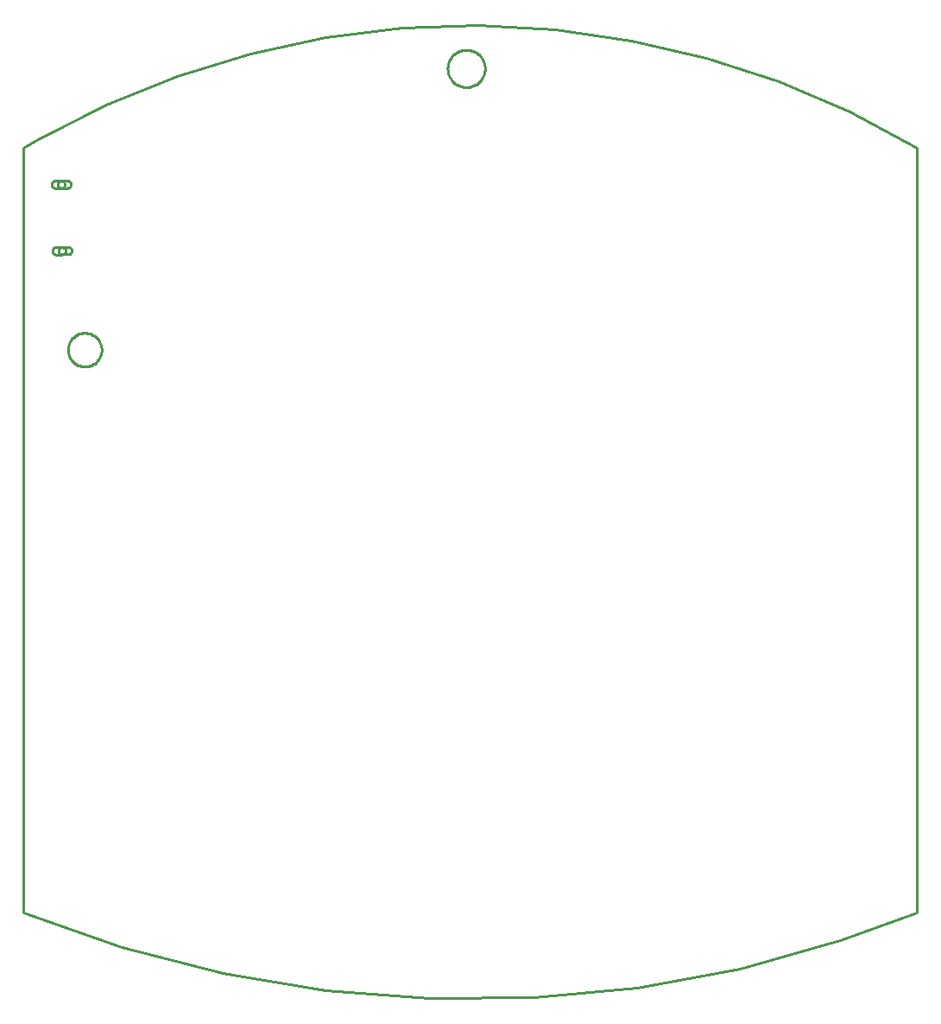
<source format=gbr>
G04 EAGLE Gerber RS-274X export*
G75*
%MOMM*%
%FSLAX34Y34*%
%LPD*%
%IN*%
%IPPOS*%
%AMOC8*
5,1,8,0,0,1.08239X$1,22.5*%
G01*
%ADD10C,0.254000*%


D10*
X-723900Y-355600D02*
X-627592Y-389655D01*
X-528682Y-415187D01*
X-427923Y-432001D01*
X-326083Y-439969D01*
X-223935Y-439032D01*
X-122258Y-429194D01*
X-21825Y-410533D01*
X76599Y-383189D01*
X152400Y-355600D01*
X152400Y393700D01*
X85980Y429060D01*
X16732Y458497D01*
X-54819Y481786D01*
X-128128Y498751D01*
X-202635Y509262D01*
X-277776Y513239D01*
X-352977Y510652D01*
X-427667Y501520D01*
X-501276Y485914D01*
X-573245Y463951D01*
X-643026Y435800D01*
X-710089Y401674D01*
X-723900Y393700D01*
X-723900Y-355600D01*
X-696578Y357369D02*
X-696562Y357059D01*
X-696518Y356753D01*
X-696448Y356451D01*
X-696352Y356157D01*
X-696230Y355872D01*
X-696084Y355599D01*
X-695915Y355339D01*
X-695724Y355096D01*
X-695512Y354869D01*
X-695282Y354663D01*
X-695034Y354477D01*
X-694771Y354313D01*
X-694495Y354173D01*
X-694208Y354057D01*
X-693911Y353967D01*
X-693608Y353904D01*
X-693301Y353866D01*
X-692991Y353856D01*
X-681092Y353981D01*
X-680783Y353997D01*
X-680476Y354041D01*
X-680175Y354111D01*
X-679880Y354207D01*
X-679595Y354329D01*
X-679322Y354475D01*
X-679063Y354644D01*
X-678819Y354835D01*
X-678593Y355047D01*
X-678386Y355277D01*
X-678200Y355525D01*
X-678036Y355788D01*
X-677896Y356064D01*
X-677781Y356351D01*
X-677691Y356648D01*
X-677627Y356951D01*
X-677590Y357258D01*
X-677579Y357568D01*
X-677596Y357877D01*
X-677640Y358183D01*
X-677710Y358485D01*
X-677806Y358780D01*
X-677928Y359064D01*
X-678074Y359338D01*
X-678243Y359597D01*
X-678434Y359841D01*
X-678645Y360067D01*
X-678876Y360274D01*
X-679124Y360460D01*
X-679386Y360623D01*
X-679663Y360763D01*
X-679950Y360879D01*
X-680246Y360969D01*
X-680549Y361033D01*
X-680857Y361070D01*
X-681166Y361080D01*
X-693066Y360956D01*
X-693375Y360939D01*
X-693682Y360895D01*
X-693983Y360825D01*
X-694278Y360729D01*
X-694562Y360607D01*
X-694836Y360461D01*
X-695095Y360292D01*
X-695339Y360101D01*
X-695565Y359890D01*
X-695772Y359659D01*
X-695958Y359411D01*
X-696121Y359149D01*
X-696261Y358872D01*
X-696377Y358585D01*
X-696467Y358289D01*
X-696531Y357986D01*
X-696568Y357678D01*
X-696578Y357369D01*
X-695897Y292272D02*
X-695880Y291963D01*
X-695836Y291656D01*
X-695766Y291355D01*
X-695670Y291060D01*
X-695548Y290776D01*
X-695402Y290502D01*
X-695233Y290243D01*
X-695042Y289999D01*
X-694831Y289773D01*
X-694600Y289566D01*
X-694352Y289380D01*
X-694090Y289217D01*
X-693813Y289076D01*
X-693526Y288961D01*
X-693230Y288871D01*
X-692927Y288807D01*
X-692619Y288770D01*
X-692310Y288760D01*
X-680410Y288884D01*
X-680101Y288901D01*
X-679794Y288945D01*
X-679493Y289015D01*
X-679198Y289111D01*
X-678914Y289233D01*
X-678640Y289378D01*
X-678381Y289548D01*
X-678137Y289739D01*
X-677911Y289950D01*
X-677704Y290181D01*
X-677518Y290428D01*
X-677355Y290691D01*
X-677215Y290968D01*
X-677099Y291255D01*
X-677009Y291551D01*
X-676945Y291854D01*
X-676908Y292162D01*
X-676898Y292471D01*
X-676914Y292780D01*
X-676958Y293087D01*
X-677028Y293389D01*
X-677124Y293683D01*
X-677246Y293968D01*
X-677392Y294241D01*
X-677561Y294501D01*
X-677752Y294744D01*
X-677964Y294970D01*
X-678194Y295177D01*
X-678442Y295363D01*
X-678705Y295527D01*
X-678981Y295667D01*
X-679268Y295782D01*
X-679565Y295872D01*
X-679868Y295936D01*
X-680175Y295974D01*
X-680485Y295984D01*
X-692384Y295859D01*
X-692693Y295842D01*
X-693000Y295799D01*
X-693301Y295729D01*
X-693596Y295632D01*
X-693881Y295511D01*
X-694154Y295365D01*
X-694413Y295196D01*
X-694657Y295005D01*
X-694883Y294793D01*
X-695090Y294563D01*
X-695276Y294315D01*
X-695440Y294052D01*
X-695580Y293776D01*
X-695695Y293489D01*
X-695785Y293192D01*
X-695849Y292889D01*
X-695886Y292582D01*
X-695897Y292272D01*
X-271542Y470473D02*
X-271542Y471672D01*
X-271620Y472868D01*
X-271777Y474057D01*
X-272011Y475234D01*
X-272321Y476392D01*
X-272706Y477528D01*
X-273165Y478635D01*
X-273696Y479711D01*
X-274295Y480750D01*
X-274962Y481747D01*
X-275692Y482698D01*
X-276482Y483600D01*
X-277330Y484448D01*
X-278232Y485238D01*
X-279183Y485968D01*
X-280181Y486635D01*
X-281219Y487234D01*
X-282295Y487765D01*
X-283403Y488224D01*
X-284538Y488609D01*
X-285697Y488920D01*
X-286873Y489153D01*
X-288062Y489310D01*
X-289258Y489388D01*
X-290458Y489388D01*
X-291654Y489310D01*
X-292843Y489153D01*
X-294019Y488920D01*
X-295178Y488609D01*
X-296313Y488224D01*
X-297421Y487765D01*
X-298497Y487234D01*
X-299535Y486635D01*
X-300533Y485968D01*
X-301484Y485238D01*
X-302386Y484448D01*
X-303234Y483600D01*
X-304024Y482698D01*
X-304754Y481747D01*
X-305421Y480750D01*
X-306020Y479711D01*
X-306551Y478635D01*
X-307010Y477528D01*
X-307395Y476392D01*
X-307705Y475234D01*
X-307939Y474057D01*
X-308096Y472868D01*
X-308174Y471672D01*
X-308174Y470473D01*
X-308096Y469276D01*
X-307939Y468087D01*
X-307705Y466911D01*
X-307395Y465752D01*
X-307010Y464617D01*
X-306551Y463509D01*
X-306020Y462433D01*
X-305421Y461395D01*
X-304754Y460398D01*
X-304024Y459446D01*
X-303234Y458545D01*
X-302386Y457697D01*
X-301484Y456906D01*
X-300533Y456176D01*
X-299535Y455510D01*
X-298497Y454910D01*
X-297421Y454380D01*
X-296313Y453921D01*
X-295178Y453535D01*
X-294019Y453225D01*
X-292843Y452991D01*
X-291654Y452834D01*
X-290458Y452756D01*
X-289258Y452756D01*
X-288062Y452834D01*
X-286873Y452991D01*
X-285697Y453225D01*
X-284538Y453535D01*
X-283403Y453921D01*
X-282295Y454380D01*
X-281219Y454910D01*
X-280181Y455510D01*
X-279183Y456176D01*
X-278232Y456906D01*
X-277330Y457697D01*
X-276482Y458545D01*
X-275692Y459446D01*
X-274962Y460398D01*
X-274295Y461395D01*
X-273696Y462433D01*
X-273165Y463509D01*
X-272706Y464617D01*
X-272321Y465752D01*
X-272011Y466911D01*
X-271777Y468087D01*
X-271620Y469276D01*
X-271542Y470473D01*
X-647508Y194928D02*
X-647579Y193849D01*
X-647720Y192778D01*
X-647931Y191717D01*
X-648210Y190673D01*
X-648558Y189650D01*
X-648972Y188651D01*
X-649450Y187681D01*
X-649990Y186745D01*
X-650591Y185847D01*
X-651249Y184989D01*
X-651961Y184176D01*
X-652726Y183412D01*
X-653539Y182699D01*
X-654396Y182041D01*
X-655295Y181441D01*
X-656231Y180900D01*
X-657201Y180422D01*
X-658199Y180008D01*
X-659223Y179661D01*
X-660267Y179381D01*
X-661327Y179170D01*
X-662399Y179029D01*
X-663477Y178958D01*
X-664558Y178958D01*
X-665637Y179029D01*
X-666709Y179170D01*
X-667769Y179381D01*
X-668813Y179661D01*
X-669837Y180008D01*
X-670835Y180422D01*
X-671805Y180900D01*
X-672741Y181441D01*
X-673640Y182041D01*
X-674497Y182699D01*
X-675310Y183412D01*
X-676074Y184176D01*
X-676787Y184989D01*
X-677445Y185847D01*
X-678046Y186745D01*
X-678586Y187681D01*
X-679064Y188651D01*
X-679478Y189650D01*
X-679826Y190673D01*
X-680105Y191717D01*
X-680316Y192778D01*
X-680457Y193849D01*
X-680528Y194928D01*
X-680528Y196009D01*
X-680457Y197087D01*
X-680316Y198159D01*
X-680105Y199219D01*
X-679826Y200264D01*
X-679478Y201287D01*
X-679064Y202286D01*
X-678586Y203255D01*
X-678046Y204191D01*
X-677445Y205090D01*
X-676787Y205948D01*
X-676074Y206761D01*
X-675310Y207525D01*
X-674497Y208238D01*
X-673640Y208896D01*
X-672741Y209496D01*
X-671805Y210037D01*
X-670835Y210515D01*
X-669837Y210928D01*
X-668813Y211276D01*
X-667769Y211556D01*
X-666709Y211767D01*
X-665637Y211908D01*
X-664558Y211978D01*
X-663477Y211978D01*
X-662399Y211908D01*
X-661327Y211767D01*
X-660267Y211556D01*
X-659223Y211276D01*
X-658199Y210928D01*
X-657201Y210515D01*
X-656231Y210037D01*
X-655295Y209496D01*
X-654396Y208896D01*
X-653539Y208238D01*
X-652726Y207525D01*
X-651961Y206761D01*
X-651249Y205948D01*
X-650591Y205090D01*
X-649990Y204191D01*
X-649450Y203255D01*
X-648972Y202286D01*
X-648558Y201287D01*
X-648210Y200264D01*
X-647931Y199219D01*
X-647720Y198159D01*
X-647579Y197087D01*
X-647508Y196009D01*
X-647508Y194928D01*
X-686667Y295919D02*
X-687128Y295854D01*
X-687576Y295728D01*
X-688004Y295546D01*
X-688405Y295309D01*
X-688771Y295022D01*
X-689096Y294689D01*
X-689376Y294317D01*
X-689604Y293912D01*
X-689778Y293480D01*
X-689893Y293029D01*
X-689949Y292567D01*
X-689945Y292102D01*
X-689879Y291641D01*
X-689754Y291193D01*
X-689571Y290765D01*
X-689334Y290364D01*
X-689047Y289998D01*
X-688715Y289673D01*
X-688343Y289393D01*
X-687937Y289165D01*
X-687505Y288991D01*
X-687055Y288875D01*
X-686593Y288819D01*
X-686127Y288824D01*
X-685667Y288890D01*
X-685218Y289015D01*
X-684790Y289198D01*
X-684390Y289435D01*
X-684024Y289722D01*
X-683698Y290054D01*
X-683419Y290426D01*
X-683190Y290832D01*
X-683017Y291264D01*
X-682901Y291714D01*
X-682845Y292176D01*
X-682850Y292642D01*
X-682915Y293102D01*
X-683040Y293551D01*
X-683223Y293979D01*
X-683460Y294379D01*
X-683747Y294745D01*
X-684080Y295071D01*
X-684452Y295350D01*
X-684857Y295579D01*
X-685289Y295752D01*
X-685740Y295868D01*
X-686202Y295924D01*
X-686667Y295919D01*
X-687349Y361016D02*
X-687809Y360950D01*
X-688258Y360825D01*
X-688686Y360642D01*
X-689086Y360405D01*
X-689452Y360118D01*
X-689778Y359786D01*
X-690057Y359414D01*
X-690286Y359008D01*
X-690459Y358576D01*
X-690575Y358126D01*
X-690631Y357664D01*
X-690626Y357198D01*
X-690561Y356738D01*
X-690436Y356289D01*
X-690253Y355861D01*
X-690016Y355461D01*
X-689729Y355095D01*
X-689396Y354769D01*
X-689024Y354490D01*
X-688619Y354261D01*
X-688187Y354088D01*
X-687736Y353972D01*
X-687274Y353916D01*
X-686809Y353921D01*
X-686348Y353986D01*
X-685900Y354112D01*
X-685472Y354294D01*
X-685071Y354531D01*
X-684705Y354818D01*
X-684380Y355151D01*
X-684100Y355523D01*
X-683872Y355928D01*
X-683698Y356360D01*
X-683583Y356811D01*
X-683527Y357273D01*
X-683531Y357738D01*
X-683597Y358199D01*
X-683722Y358647D01*
X-683905Y359075D01*
X-684142Y359476D01*
X-684429Y359842D01*
X-684761Y360167D01*
X-685133Y360447D01*
X-685539Y360675D01*
X-685971Y360849D01*
X-686421Y360964D01*
X-686883Y361020D01*
X-687349Y361016D01*
M02*

</source>
